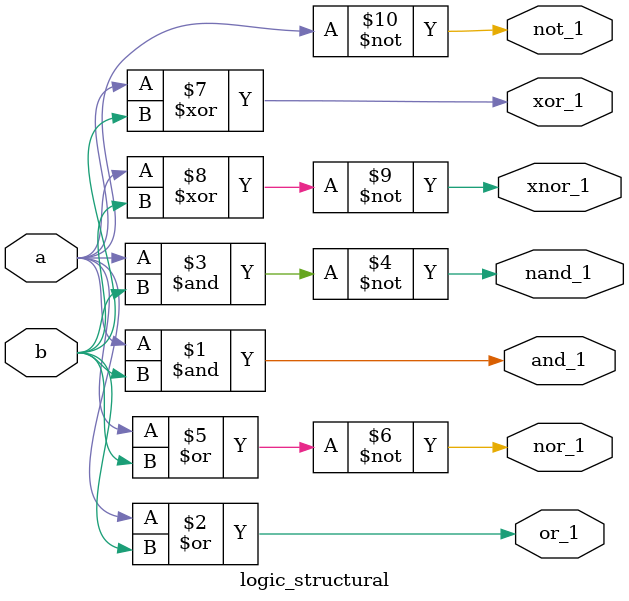
<source format=v>
`timescale 1ns / 1ps



module logic_structural(a,b,and_1,or_1,nand_1,nor_1,not_1,xor_1,xnor_1);
input a,b;
output and_1,or_1,nand_1,nor_1,not_1,xor_1,xnor_1;
and u0(and_1,a,b);
or u1(or_1,a,b);
nand u2(nand_1,a,b);
nor u3(nor_1,a,b);
not u4(not_1,a);
xor u5(xor_1,a,b);
xnor u6(xnor_1,a,b);
endmodule

</source>
